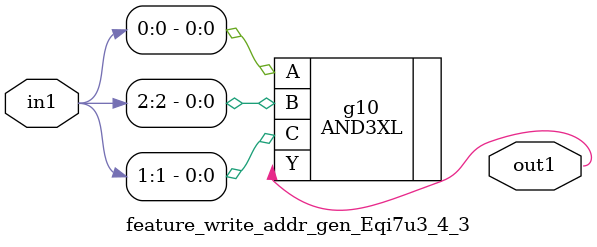
<source format=v>
`timescale 1ps / 1ps


module feature_write_addr_gen_Eqi7u3_4_3(in1, out1);
  input [2:0] in1;
  output out1;
  wire [2:0] in1;
  wire out1;
  AND3XL g10(.A (in1[0]), .B (in1[2]), .C (in1[1]), .Y (out1));
endmodule



</source>
